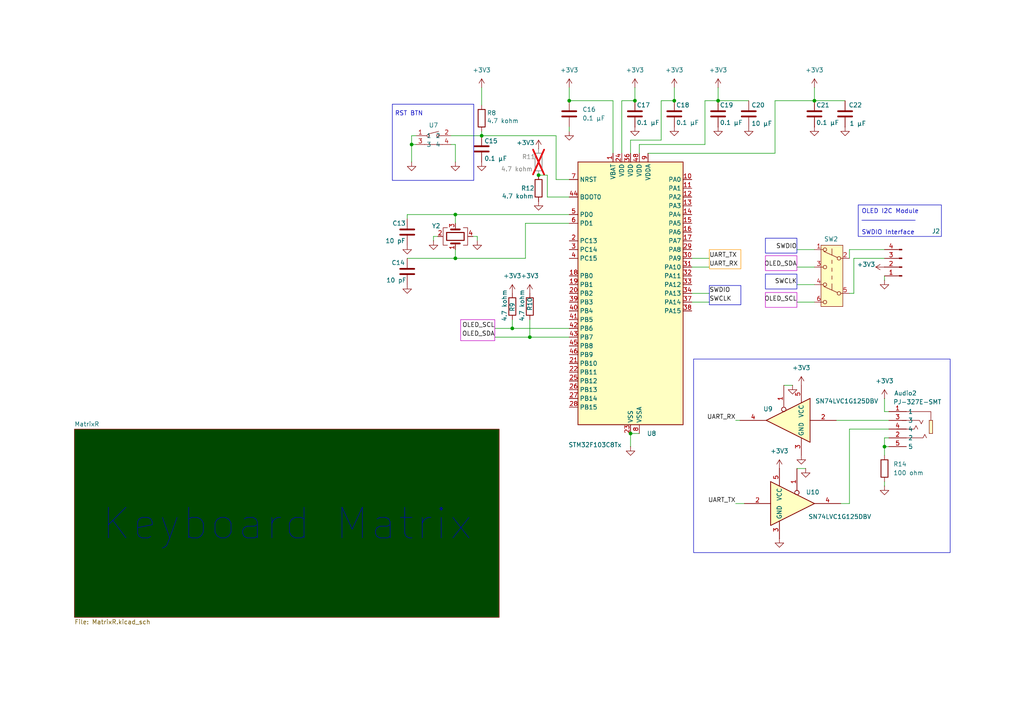
<source format=kicad_sch>
(kicad_sch (version 20231120) (generator "eeschema") (generator_version "8.0")
  (paper "A4")
  (title_block (title "Simple Keyboard") (date "2025-02-09") (rev "0") (company "Daniel Pérez (steewBSD)"))
  (lib_symbols
    (symbol "#inventree:CL21B104KBCNNNC" (pin_numbers hide) (pin_names (offset 0.254))
      (property "Reference" "C" (at 0.635 2.54 0))
      (property "Value" "0.1 µF" (at 0.635 -2.54 0))
      (symbol "CL21B104KBCNNNC_0_1"
        (polyline (pts (xy -2.032 -0.762) (xy 2.032 -0.762)) (stroke (width 0.508)))
        (polyline (pts (xy -2.032 0.762) (xy 2.032 0.762)) (stroke (width 0.508)))
      )
      (symbol "CL21B104KBCNNNC_1_1"
        (pin passive line (at 0 3.81 270) (length 2.794) (name "~") (number "1"))
        (pin passive line (at 0 -3.81 90) (length 2.794) (name "~") (number "2"))
      )
    )
    (symbol "#inventree:CL21B105KAFNNNE" (pin_numbers hide) (pin_names (offset 0.254))
      (property "Reference" "C" (at 0.635 2.54 0))
      (property "Value" "1 µF" (at 0.635 -2.54 0))
      (symbol "CL21B105KAFNNNE_0_1"
        (polyline (pts (xy -2.032 -0.762) (xy 2.032 -0.762)) (stroke (width 0.508)))
        (polyline (pts (xy -2.032 0.762) (xy 2.032 0.762)) (stroke (width 0.508)))
      )
      (symbol "CL21B105KAFNNNE_1_1"
        (pin passive line (at 0 3.81 270) (length 2.794) (name "~") (number "1"))
        (pin passive line (at 0 -3.81 90) (length 2.794) (name "~") (number "2"))
      )
    )
    (symbol "#inventree:CL21C100CBANNNC" (pin_numbers hide) (pin_names (offset 0.254))
      (property "Reference" "C" (at 0.635 2.54 0))
      (property "Value" "10 pF" (at 0.635 -2.54 0))
      (symbol "CL21C100CBANNNC_0_1"
        (polyline (pts (xy -2.032 -0.762) (xy 2.032 -0.762)) (stroke (width 0.508)))
        (polyline (pts (xy -2.032 0.762) (xy 2.032 0.762)) (stroke (width 0.508)))
      )
      (symbol "CL21C100CBANNNC_1_1"
        (pin passive line (at 0 3.81 270) (length 2.794) (name "~") (number "1"))
        (pin passive line (at 0 -3.81 90) (length 2.794) (name "~") (number "2"))
      )
    )
    (symbol "#inventree:ERJ-6GEYJ101V" (pin_numbers hide) (pin_names (offset 0))
      (property "Reference" "R" (at 2.032 0 90))
      (property "Value" "100 ohm" (at 0 0 90))
      (symbol "ERJ-6GEYJ101V_0_1"
        (rectangle (start -1.016 -2.54) (end 1.016 2.54) (stroke (width 0.254)))
      )
      (symbol "ERJ-6GEYJ101V_1_1"
        (pin passive line (at 0 3.81 270) (length 1.27) (name "~") (number "1"))
        (pin passive line (at 0 -3.81 90) (length 1.27) (name "~") (number "2"))
      )
    )
    (symbol "#inventree:ERJ-6GEYJ472V" (pin_numbers hide) (pin_names (offset 0))
      (property "Reference" "R" (at 2.032 0 90))
      (property "Value" "4.7 kohm" (at 0 0 90))
      (symbol "ERJ-6GEYJ472V_0_1"
        (rectangle (start -1.016 -2.54) (end 1.016 2.54) (stroke (width 0.254)))
      )
      (symbol "ERJ-6GEYJ472V_1_1"
        (pin passive line (at 0 3.81 270) (length 1.27) (name "~") (number "1"))
        (pin passive line (at 0 -3.81 90) (length 1.27) (name "~") (number "2"))
      )
    )
    (symbol "#inventree:RC0603FR-074K7L" (pin_numbers hide) (pin_names (offset 0))
      (property "Reference" "R" (at 2.032 0 90))
      (property "Value" "4.7 kohm" (at 0 0 90))
      (symbol "RC0603FR-074K7L_0_1"
        (rectangle (start -1.016 -2.54) (end 1.016 2.54) (stroke (width 0.254)))
      )
      (symbol "RC0603FR-074K7L_1_1"
        (pin passive line (at 0 3.81 270) (length 1.27) (name "~") (number "1"))
        (pin passive line (at 0 -3.81 90) (length 1.27) (name "~") (number "2"))
      )
    )
    (symbol "74xGxx:SN74LVC1G125DBV"
      (property "Reference" "U" (at -10.16 7.62 0))
      (property "Value" "SN74LVC1G125DBV" (at 2.54 -7.62 0))
      (symbol "SN74LVC1G125DBV_0_1"
        (polyline (pts (xy -7.62 6.35) (xy -7.62 -6.35) (xy 5.08 0) (xy -7.62 6.35)) (stroke (width 0.254)) (fill (type background)))
      )
      (symbol "SN74LVC1G125DBV_1_1"
        (pin input inverted (at 0 10.16 270) (length 7.62) (name "~") (number "1"))
        (pin input line (at -15.24 0 0) (length 7.62) (name "~") (number "2"))
        (pin power_in line (at -5.08 -10.16 90) (length 5.08) (name "GND") (number "3"))
        (pin tri_state line (at 12.7 0 180) (length 7.62) (name "~") (number "4"))
        (pin power_in line (at -5.08 10.16 270) (length 5.08) (name "VCC") (number "5"))
      )
    )
    (symbol "CL21A106KOQNNNE_1" (pin_numbers hide) (pin_names (offset 0.254))
      (property "Reference" "C" (at 0.635 2.54 0))
      (property "Value" "10 µF" (at 0.635 -2.54 0))
      (symbol "CL21A106KOQNNNE_1_0_1"
        (polyline (pts (xy -2.032 -0.762) (xy 2.032 -0.762)) (stroke (width 0.508)))
        (polyline (pts (xy -2.032 0.762) (xy 2.032 0.762)) (stroke (width 0.508)))
      )
      (symbol "CL21A106KOQNNNE_1_1_1"
        (pin passive line (at 0 3.81 270) (length 2.794) (name "~") (number "1"))
        (pin passive line (at 0 -3.81 90) (length 2.794) (name "~") (number "2"))
      )
    )
    (symbol "CL21B104KBCNNNC_1" (pin_numbers hide) (pin_names (offset 0.254))
      (property "Reference" "C" (at 0.635 2.54 0))
      (property "Value" "0.1 µF" (at 0.635 -2.54 0))
      (symbol "CL21B104KBCNNNC_1_0_1"
        (polyline (pts (xy -2.032 -0.762) (xy 2.032 -0.762)) (stroke (width 0.508)))
        (polyline (pts (xy -2.032 0.762) (xy 2.032 0.762)) (stroke (width 0.508)))
      )
      (symbol "CL21B104KBCNNNC_1_1_1"
        (pin passive line (at 0 3.81 270) (length 2.794) (name "~") (number "1"))
        (pin passive line (at 0 -3.81 90) (length 2.794) (name "~") (number "2"))
      )
    )
    (symbol "Connector:Conn_01x04_Pin" (pin_names (offset 1.016) hide)
      (property "Reference" "J" (at 0 5.08 0))
      (property "Value" "Conn_01x04_Pin" (at 0 -7.62 0))
      (symbol "Conn_01x04_Pin_1_1"
        (polyline (pts (xy 1.27 -5.08) (xy 0.8636 -5.08)) (stroke (width 0.1524)))
        (polyline (pts (xy 1.27 -2.54) (xy 0.8636 -2.54)) (stroke (width 0.1524)))
        (polyline (pts (xy 1.27 0) (xy 0.8636 0)) (stroke (width 0.1524)))
        (polyline (pts (xy 1.27 2.54) (xy 0.8636 2.54)) (stroke (width 0.1524)))
        (rectangle (start 0.8636 -4.953) (end 0 -5.207) (stroke (width 0.1524)) (fill (type outline)))
        (rectangle (start 0.8636 -2.413) (end 0 -2.667) (stroke (width 0.1524)) (fill (type outline)))
        (rectangle (start 0.8636 0.127) (end 0 -0.127) (stroke (width 0.1524)) (fill (type outline)))
        (rectangle (start 0.8636 2.667) (end 0 2.413) (stroke (width 0.1524)) (fill (type outline)))
        (pin passive line (at 5.08 2.54 180) (length 3.81) (name "Pin_1") (number "1"))
        (pin passive line (at 5.08 0 180) (length 3.81) (name "Pin_2") (number "2"))
        (pin passive line (at 5.08 -2.54 180) (length 3.81) (name "Pin_3") (number "3"))
        (pin passive line (at 5.08 -5.08 180) (length 3.81) (name "Pin_4") (number "4"))
      )
    )
    (symbol "Device:Crystal_GND24" (pin_names (offset 1.016) hide)
      (property "Reference" "Y" (at 3.175 5.08 0))
      (property "Value" "Crystal_GND24" (at 3.175 3.175 0))
      (symbol "Crystal_GND24_0_1"
        (rectangle (start -1.143 2.54) (end 1.143 -2.54) (stroke (width 0.3048)))
        (polyline (pts (xy -2.54 0) (xy -2.032 0)))
        (polyline (pts (xy -2.032 -1.27) (xy -2.032 1.27)) (stroke (width 0.508)))
        (polyline (pts (xy 0 -3.81) (xy 0 -3.556)))
        (polyline (pts (xy 0 3.556) (xy 0 3.81)))
        (polyline (pts (xy 2.032 -1.27) (xy 2.032 1.27)) (stroke (width 0.508)))
        (polyline (pts (xy 2.032 0) (xy 2.54 0)))
        (polyline (pts (xy -2.54 -2.286) (xy -2.54 -3.556) (xy 2.54 -3.556) (xy 2.54 -2.286)))
        (polyline (pts (xy -2.54 2.286) (xy -2.54 3.556) (xy 2.54 3.556) (xy 2.54 2.286)))
      )
      (symbol "Crystal_GND24_1_1"
        (pin passive line (at -3.81 0 0) (length 1.27) (name "1") (number "1"))
        (pin passive line (at 0 5.08 270) (length 1.27) (name "2") (number "2"))
        (pin passive line (at 3.81 0 180) (length 1.27) (name "3") (number "3"))
        (pin passive line (at 0 -5.08 90) (length 1.27) (name "4") (number "4"))
      )
    )
    (symbol "MCU_ST_STM32F1:STM32F103C8Tx"
      (property "Reference" "U" (at -15.24 39.37 0))
      (property "Value" "STM32F103C8Tx" (at 7.62 39.37 0))
      (symbol "STM32F103C8Tx_0_1"
        (rectangle (start -15.24 -38.1) (end 15.24 38.1) (stroke (width 0.254)) (fill (type background)))
      )
      (symbol "STM32F103C8Tx_1_1"
        (pin power_in line (at -5.08 40.64 270) (length 2.54) (name "VBAT") (number "1"))
        (pin bidirectional line (at 17.78 33.02 180) (length 2.54) (name "PA0") (number "10"))
        (pin bidirectional line (at 17.78 30.48 180) (length 2.54) (name "PA1") (number "11"))
        (pin bidirectional line (at 17.78 27.94 180) (length 2.54) (name "PA2") (number "12"))
        (pin bidirectional line (at 17.78 25.4 180) (length 2.54) (name "PA3") (number "13"))
        (pin bidirectional line (at 17.78 22.86 180) (length 2.54) (name "PA4") (number "14"))
        (pin bidirectional line (at 17.78 20.32 180) (length 2.54) (name "PA5") (number "15"))
        (pin bidirectional line (at 17.78 17.78 180) (length 2.54) (name "PA6") (number "16"))
        (pin bidirectional line (at 17.78 15.24 180) (length 2.54) (name "PA7") (number "17"))
        (pin bidirectional line (at -17.78 5.08 0) (length 2.54) (name "PB0") (number "18"))
        (pin bidirectional line (at -17.78 2.54 0) (length 2.54) (name "PB1") (number "19"))
        (pin bidirectional line (at -17.78 15.24 0) (length 2.54) (name "PC13") (number "2"))
        (pin bidirectional line (at -17.78 0 0) (length 2.54) (name "PB2") (number "20"))
        (pin bidirectional line (at -17.78 -20.32 0) (length 2.54) (name "PB10") (number "21"))
        (pin bidirectional line (at -17.78 -22.86 0) (length 2.54) (name "PB11") (number "22"))
        (pin power_in line (at 0 -40.64 90) (length 2.54) (name "VSS") (number "23"))
        (pin power_in line (at -2.54 40.64 270) (length 2.54) (name "VDD") (number "24"))
        (pin bidirectional line (at -17.78 -25.4 0) (length 2.54) (name "PB12") (number "25"))
        (pin bidirectional line (at -17.78 -27.94 0) (length 2.54) (name "PB13") (number "26"))
        (pin bidirectional line (at -17.78 -30.48 0) (length 2.54) (name "PB14") (number "27"))
        (pin bidirectional line (at -17.78 -33.02 0) (length 2.54) (name "PB15") (number "28"))
        (pin bidirectional line (at 17.78 12.7 180) (length 2.54) (name "PA8") (number "29"))
        (pin bidirectional line (at -17.78 12.7 0) (length 2.54) (name "PC14") (number "3"))
        (pin bidirectional line (at 17.78 10.16 180) (length 2.54) (name "PA9") (number "30"))
        (pin bidirectional line (at 17.78 7.62 180) (length 2.54) (name "PA10") (number "31"))
        (pin bidirectional line (at 17.78 5.08 180) (length 2.54) (name "PA11") (number "32"))
        (pin bidirectional line (at 17.78 2.54 180) (length 2.54) (name "PA12") (number "33"))
        (pin bidirectional line (at 17.78 0 180) (length 2.54) (name "PA13") (number "34"))
        (pin passive line (at 0 -40.64 90) (length 2.54) hide (name "VSS") (number "35"))
        (pin power_in line (at 0 40.64 270) (length 2.54) (name "VDD") (number "36"))
        (pin bidirectional line (at 17.78 -2.54 180) (length 2.54) (name "PA14") (number "37"))
        (pin bidirectional line (at 17.78 -5.08 180) (length 2.54) (name "PA15") (number "38"))
        (pin bidirectional line (at -17.78 -2.54 0) (length 2.54) (name "PB3") (number "39"))
        (pin bidirectional line (at -17.78 10.16 0) (length 2.54) (name "PC15") (number "4"))
        (pin bidirectional line (at -17.78 -5.08 0) (length 2.54) (name "PB4") (number "40"))
        (pin bidirectional line (at -17.78 -7.62 0) (length 2.54) (name "PB5") (number "41"))
        (pin bidirectional line (at -17.78 -10.16 0) (length 2.54) (name "PB6") (number "42"))
        (pin bidirectional line (at -17.78 -12.7 0) (length 2.54) (name "PB7") (number "43"))
        (pin input line (at -17.78 27.94 0) (length 2.54) (name "BOOT0") (number "44"))
        (pin bidirectional line (at -17.78 -15.24 0) (length 2.54) (name "PB8") (number "45"))
        (pin bidirectional line (at -17.78 -17.78 0) (length 2.54) (name "PB9") (number "46"))
        (pin passive line (at 0 -40.64 90) (length 2.54) hide (name "VSS") (number "47"))
        (pin power_in line (at 2.54 40.64 270) (length 2.54) (name "VDD") (number "48"))
        (pin bidirectional line (at -17.78 22.86 0) (length 2.54) (name "PD0") (number "5"))
        (pin bidirectional line (at -17.78 20.32 0) (length 2.54) (name "PD1") (number "6"))
        (pin input line (at -17.78 33.02 0) (length 2.54) (name "NRST") (number "7"))
        (pin power_in line (at 2.54 -40.64 90) (length 2.54) (name "VSSA") (number "8"))
        (pin power_in line (at 5.08 40.64 270) (length 2.54) (name "VDDA") (number "9"))
      )
    )
    (symbol "RC0603FR-074K7L_1" (pin_numbers hide) (pin_names (offset 0))
      (property "Reference" "R" (at 2.032 0 90))
      (property "Value" "4.7 kohm" (at 0 0 90))
      (symbol "RC0603FR-074K7L_1_0_1"
        (rectangle (start -1.016 -2.54) (end 1.016 2.54) (stroke (width 0.254)))
      )
      (symbol "RC0603FR-074K7L_1_1_1"
        (pin passive line (at 0 3.81 270) (length 1.27) (name "~") (number "1"))
        (pin passive line (at 0 -3.81 90) (length 1.27) (name "~") (number "2"))
      )
    )
    (symbol "Switch:SW_Push_DPDT" (pin_names (offset 0) hide)
      (property "Reference" "SW" (at 0 10.16 0))
      (property "Value" "SW_Push_DPDT" (at 0 -10.16 0))
      (symbol "SW_Push_DPDT_0_0"
        (circle (center -2.032 -5.08) (radius 0.508))
        (circle (center -2.032 5.08) (radius 0.508))
        (circle (center 2.032 -7.62) (radius 0.508))
        (circle (center 2.032 2.54) (radius 0.508))
      )
      (symbol "SW_Push_DPDT_0_1"
        (polyline (pts (xy -1.524 -4.826) (xy 2.3368 -3.0988)))
        (polyline (pts (xy -1.524 5.334) (xy 2.3368 7.0612)))
        (polyline (pts (xy 0 -2.286) (xy 0 -4.064)))
        (polyline (pts (xy 0 -1.016) (xy 0 0)))
        (polyline (pts (xy 0 1.27) (xy 0 2.286)))
        (polyline (pts (xy 0 3.556) (xy 0 4.572)))
        (polyline (pts (xy 0 7.874) (xy 0 6.096)))
        (circle (center 2.032 -2.54) (radius 0.508))
        (circle (center 2.032 7.62) (radius 0.508))
      )
      (symbol "SW_Push_DPDT_1_1"
        (rectangle (start -3.175 8.89) (end 3.175 -8.89) (fill (type background)))
        (pin passive line (at 5.08 7.62 180) (length 2.54) (name "A") (number "1"))
        (pin passive line (at -5.08 5.08 0) (length 2.54) (name "B") (number "2"))
        (pin passive line (at 5.08 2.54 180) (length 2.54) (name "C") (number "3"))
        (pin passive line (at 5.08 -2.54 180) (length 2.54) (name "A") (number "4"))
        (pin passive line (at -5.08 -5.08 0) (length 2.54) (name "B") (number "5"))
        (pin passive line (at 5.08 -7.62 180) (length 2.54) (name "C") (number "6"))
      )
    )
    (symbol "easyeda2kicad:PJ-327E-SMT"
      (property "Reference" "Audio" (at 0 10.16 0))
      (property "Value" "PJ-327E-SMT" (at 0 -10.16 0))
      (symbol "PJ-327E-SMT_0_1"
        (rectangle (start -7.62 2.54) (end -6.6 -1.27) (fill (type background)))
        (polyline (pts (xy 0 5.08) (xy -7.11 5.08) (xy -7.11 2.54)))
        (polyline (pts (xy 0 -2.54) (xy -4.83 -2.54) (xy -5.33 -1.52) (xy -5.84 -2.54)))
        (polyline (pts (xy 1.27 2.54) (xy -3.81 2.54) (xy -4.32 1.52) (xy -4.83 2.54)))
        (polyline (pts (xy 2.79 0) (xy -2.29 0) (xy -2.79 1.02) (xy -3.3 0)))
        (pin unspecified line (at 5.08 5.08 180) (length 5.08) (name "1") (number "1"))
        (pin unspecified line (at 5.08 -2.54 180) (length 5.08) (name "2") (number "2"))
        (pin unspecified line (at 5.08 2.54 180) (length 5.08) (name "3") (number "3"))
        (pin unspecified line (at 5.08 0 180) (length 5.08) (name "4") (number "4"))
        (pin unspecified line (at 5.08 -5.08 180) (length 5.08) (name "5") (number "5"))
      )
    )
    (symbol "easyeda2kicad:YTS1C0033BBG01"
      (property "Reference" "U" (at 0 5.08 0))
      (property "Value" "YTS1C0033BBG01" (at 0 -7.62 0))
      (symbol "YTS1C0033BBG01_0_1"
        (circle (center -1.52 0) (radius 0.38))
        (polyline (pts (xy -2.54 -2.54) (xy 2.54 -2.54)))
        (polyline (pts (xy -2.03 0) (xy -2.54 0)))
        (polyline (pts (xy -1.52 0.51) (xy 1.52 1.27)))
        (polyline (pts (xy 1.78 0) (xy 2.54 0)))
        (circle (center 1.27 0) (radius 0.38))
        (pin unspecified line (at -5.08 0 0) (length 2.54) (name "1") (number "1"))
        (pin unspecified line (at 5.08 0 180) (length 2.54) (name "2") (number "2"))
        (pin unspecified line (at -5.08 -2.54 0) (length 2.54) (name "3") (number "3"))
        (pin unspecified line (at 5.08 -2.54 180) (length 2.54) (name "4") (number "4"))
      )
    )
    (symbol "power:+3V3" (power) (pin_numbers hide) (pin_names (offset 0) hide)
      (property "Value" "+3V3" (at 0 3.556 0))
      (symbol "+3V3_0_1"
        (polyline (pts (xy -0.762 1.27) (xy 0 2.54)))
        (polyline (pts (xy 0 0) (xy 0 2.54)))
        (polyline (pts (xy 0 2.54) (xy 0.762 1.27)))
      )
      (symbol "+3V3_1_1"
        (pin power_in line (at 0 0 90) (length 0) (name "~") (number "1"))
      )
    )
    (symbol "power:GND" (power) (pin_numbers hide) (pin_names (offset 0) hide)
      (property "Value" "GND" (at 0 -3.81 0))
      (symbol "GND_0_1"
        (polyline (pts (xy 0 0) (xy 0 -1.27) (xy 1.27 -1.27) (xy 0 -2.54) (xy -1.27 -1.27) (xy 0 -1.27)))
      )
      (symbol "GND_1_1"
        (pin power_in line (at 0 0 270) (length 0) (name "~") (number "1"))
      )
    )
  )
  (junction (at 256.54 129.54))
  (junction (at 119.38 41.91))
  (junction (at 236.22 29.21))
  (junction (at 195.58 29.21))
  (junction (at 148.59 95.25))
  (junction (at 165.1 29.21))
  (junction (at 132.08 62.23))
  (junction (at 182.88 125.73))
  (junction (at 139.7 39.37))
  (junction (at 208.28 29.21))
  (junction (at 156.21 50.8))
  (junction (at 132.08 74.93))
  (junction (at 153.67 97.79))
  (junction (at 184.15 29.21))
  (wire (pts (xy 132.08 74.93) (xy 152.4 74.93)))
  (wire (pts (xy 185.42 44.45) (xy 185.42 41.91)))
  (wire (pts (xy 185.42 41.91) (xy 204.47 41.91)))
  (wire (pts (xy 208.28 25.4) (xy 208.28 29.21)))
  (wire (pts (xy 130.81 39.37) (xy 139.7 39.37)))
  (wire (pts (xy 125.73 68.58) (xy 125.73 69.85)))
  (wire (pts (xy 195.58 25.4) (xy 195.58 29.21)))
  (wire (pts (xy 118.11 62.23) (xy 118.11 63.5)))
  (wire (pts (xy 118.11 62.23) (xy 132.08 62.23)))
  (wire (pts (xy 213.36 146.05) (xy 215.9 146.05)))
  (wire (pts (xy 184.15 25.4) (xy 184.15 29.21)))
  (wire (pts (xy 153.67 97.79) (xy 165.1 97.79)))
  (wire (pts (xy 177.8 29.21) (xy 165.1 29.21)))
  (wire (pts (xy 246.38 72.39) (xy 246.38 74.93)))
  (wire (pts (xy 200.66 87.63) (xy 205.74 87.63)))
  (wire (pts (xy 180.34 44.45) (xy 180.34 29.21)))
  (wire (pts (xy 182.88 40.64) (xy 191.77 40.64)))
  (wire (pts (xy 231.14 87.63) (xy 236.22 87.63)))
  (wire (pts (xy 256.54 129.54) (xy 257.81 129.54)))
  (wire (pts (xy 257.81 127) (xy 256.54 127)))
  (wire (pts (xy 143.51 97.79) (xy 153.67 97.79)))
  (wire (pts (xy 119.38 39.37) (xy 119.38 41.91)))
  (wire (pts (xy 132.08 62.23) (xy 165.1 62.23)))
  (wire (pts (xy 191.77 40.64) (xy 191.77 29.21)))
  (wire (pts (xy 187.96 44.45) (xy 224.79 44.45)))
  (wire (pts (xy 152.4 74.93) (xy 152.4 64.77)))
  (wire (pts (xy 132.08 41.91) (xy 130.81 41.91)))
  (wire (pts (xy 204.47 29.21) (xy 208.28 29.21)))
  (wire (pts (xy 148.59 92.71) (xy 148.59 95.25)))
  (wire (pts (xy 139.7 39.37) (xy 161.29 39.37)))
  (wire (pts (xy 158.75 57.15) (xy 158.75 50.8)))
  (wire (pts (xy 132.08 62.23) (xy 132.08 64.77)))
  (wire (pts (xy 191.77 29.21) (xy 195.58 29.21)))
  (wire (pts (xy 165.1 25.4) (xy 165.1 29.21)))
  (wire (pts (xy 256.54 115.57) (xy 256.54 119.38)))
  (wire (pts (xy 119.38 41.91) (xy 119.38 46.99)))
  (wire (pts (xy 118.11 74.93) (xy 132.08 74.93)))
  (wire (pts (xy 242.57 121.92) (xy 257.81 121.92)))
  (wire (pts (xy 148.59 95.25) (xy 165.1 95.25)))
  (wire (pts (xy 153.67 92.71) (xy 153.67 97.79)))
  (wire (pts (xy 127 68.58) (xy 125.73 68.58)))
  (wire (pts (xy 204.47 41.91) (xy 204.47 29.21)))
  (wire (pts (xy 208.28 29.21) (xy 217.17 29.21)))
  (wire (pts (xy 132.08 41.91) (xy 132.08 46.99)))
  (wire (pts (xy 138.43 68.58) (xy 138.43 69.85)))
  (wire (pts (xy 161.29 52.07) (xy 165.1 52.07)))
  (wire (pts (xy 246.38 146.05) (xy 243.84 146.05)))
  (wire (pts (xy 158.75 50.8) (xy 156.21 50.8)))
  (wire (pts (xy 224.79 44.45) (xy 224.79 29.21)))
  (wire (pts (xy 200.66 77.47) (xy 205.74 77.47)))
  (wire (pts (xy 231.14 77.47) (xy 236.22 77.47)))
  (wire (pts (xy 143.51 95.25) (xy 148.59 95.25)))
  (wire (pts (xy 231.14 72.39) (xy 236.22 72.39)))
  (wire (pts (xy 236.22 25.4) (xy 236.22 29.21)))
  (wire (pts (xy 139.7 38.1) (xy 139.7 39.37)))
  (wire (pts (xy 256.54 127) (xy 256.54 129.54)))
  (wire (pts (xy 165.1 57.15) (xy 158.75 57.15)))
  (wire (pts (xy 165.1 38.1) (xy 165.1 36.83)))
  (wire (pts (xy 180.34 29.21) (xy 184.15 29.21)))
  (wire (pts (xy 256.54 140.97) (xy 256.54 139.7)))
  (wire (pts (xy 200.66 74.93) (xy 205.74 74.93)))
  (wire (pts (xy 256.54 129.54) (xy 256.54 132.08)))
  (wire (pts (xy 132.08 72.39) (xy 132.08 74.93)))
  (wire (pts (xy 231.14 135.89) (xy 233.68 135.89)))
  (wire (pts (xy 200.66 85.09) (xy 205.74 85.09)))
  (wire (pts (xy 246.38 85.09) (xy 247.65 85.09)))
  (wire (pts (xy 119.38 41.91) (xy 120.65 41.91)))
  (wire (pts (xy 229.87 111.76) (xy 227.33 111.76)))
  (wire (pts (xy 256.54 119.38) (xy 257.81 119.38)))
  (wire (pts (xy 256.54 80.01) (xy 256.54 81.28)))
  (wire (pts (xy 247.65 74.93) (xy 247.65 85.09)))
  (wire (pts (xy 236.22 29.21) (xy 245.11 29.21)))
  (wire (pts (xy 257.81 124.46) (xy 246.38 124.46)))
  (wire (pts (xy 139.7 25.4) (xy 139.7 30.48)))
  (wire (pts (xy 246.38 72.39) (xy 256.54 72.39)))
  (wire (pts (xy 213.36 121.92) (xy 214.63 121.92)))
  (wire (pts (xy 152.4 64.77) (xy 165.1 64.77)))
  (wire (pts (xy 177.8 44.45) (xy 177.8 29.21)))
  (wire (pts (xy 119.38 39.37) (xy 120.65 39.37)))
  (wire (pts (xy 182.88 44.45) (xy 182.88 40.64)))
  (wire (pts (xy 182.88 125.73) (xy 185.42 125.73)))
  (wire (pts (xy 247.65 74.93) (xy 256.54 74.93)))
  (wire (pts (xy 246.38 124.46) (xy 246.38 146.05)))
  (wire (pts (xy 224.79 29.21) (xy 236.22 29.21)))
  (wire (pts (xy 161.29 39.37) (xy 161.29 52.07)))
  (wire (pts (xy 138.43 68.58) (xy 137.16 68.58)))
  (wire (pts (xy 231.14 82.55) (xy 236.22 82.55)))
  (wire (pts (xy 182.88 125.73) (xy 182.88 129.54)))
  (rectangle (start 221.996 69.088) (end 231.14 73.406))
  (rectangle (start 133.604 92.71) (end 143.51 98.806) (stroke (width 0) (color 194 0 194 1)))
  (rectangle (start 113.792 30.226) (end 137.414 52.324))
  (rectangle (start 205.74 72.39) (end 214.884 77.978) (stroke (width 0) (color 255 153 0 1)))
  (rectangle (start 201.168 104.14) (end 275.59 160.274))
  (rectangle (start 205.74 82.804) (end 214.884 88.392))
  (rectangle (start 221.996 84.836) (end 231.14 89.154) (stroke (width 0) (color 194 0 194 1)))
  (rectangle (start 221.996 79.502) (end 231.14 83.82))
  (rectangle (start 221.996 74.168) (end 231.14 78.486) (stroke (width 0) (color 194 0 194 1)))
  (text_box "OLED I2C Module\n________________\n\nSWDIO Interface" (at 248.92 59.436 0) (size 24.13 9.144) (effects (font (size 1.27 1.27)) (justify left top)))
  (text "RST BTN" (at 118.618 33.02 0) (effects (font (size 1.27 1.27))))
  (text "Keyboard Matrix" (at 83.312 152.146 0) (effects (font (size 8.89 8.89))))
  (label "OLED_SCL" (at 231.14 87.63 180))
  (label "SWCLK" (at 231.14 82.55 180))
  (label "OLED_SDA" (at 231.14 77.47 180))
  (label "UART_TX" (at 213.36 146.05 180))
  (label "UART_TX" (at 205.74 74.93 0))
  (label "UART_RX" (at 213.36 121.92 180))
  (label "UART_RX" (at 205.74 77.47 0))
  (label "SWDIO" (at 205.74 85.09 0))
  (label "SWCLK" (at 205.74 87.63 0))
  (label "OLED_SDA" (at 143.51 97.79 180))
  (label "SWDIO" (at 231.14 72.39 180))
  (label "OLED_SCL" (at 143.51 95.25 180))
  (symbol (lib_id "power:GND") (at 118.11 82.55 0) (unit 1)
    (property "Reference" "#PWR041" (effects (hide yes)))
    (property "Value" "GND" (effects (hide yes)))
    (property "Description" "Power symbol creates a global label with name \"GND\" , ground" (effects (hide yes)))
  )
  (symbol (lib_id "#inventree:CL21B104KBCNNNC") (at 165.1 33.02 0) (unit 1)
    (property "Reference" "C16" (at 168.91 31.7499 0) (effects (justify left)))
    (property "Value" "0.1 µF" (at 168.91 34.2899 0) (effects (justify left)))
    (property "Footprint" "0805 (2012 Metric)" (effects (hide yes)))
    (property "Datasheet" "http://10.0.0.41/media/attachments/part/18/CL21B104KBCNNN_Spec.pdf" (effects (hide yes)))
    (property "Description" "CAP CER 0.1UF 50V X7R 0805" (effects (hide yes)))
    (property "InvenTree" "18" (effects (hide yes)))
    (property "Mounting Type" "Surface Mount, MLCC" (effects (hide yes)))
    (property "Package Type" "0805 (2012 Metric)" (effects (hide yes)))
    (property "Part URL" "http://10.0.0.41:7333/part/18/" (effects (hide yes)))
    (property "Rated Voltage" "50V" (effects (hide yes)))
    (property "Temperature Coefficient" "X7R" (effects (hide yes)))
    (property "Tolerance" "10%" (effects (hide yes)))
  )
  (symbol (lib_id "Device:Crystal_GND24") (at 132.08 68.58 90) (unit 1)
    (property "Reference" "Y2" (at 126.492 65.532 90))
    (property "Value" "Crystal_GND24" (effects (hide yes)))
    (property "Footprint" "Crystal:Crystal_SMD_3225-4Pin_3.2x2.5mm_HandSoldering" (effects (hide yes)))
    (property "Description" "Four pin crystal, GND on pins 2 and 4" (effects (hide yes)))
    (property "InvenTree" "61" (effects (hide yes)))
  )
  (symbol (lib_id "#inventree:ERJ-6GEYJ472V") (at 156.21 54.61 0) (unit 1)
    (property "Reference" "R12" (at 151.13 54.61 0) (effects (justify left)))
    (property "Value" "4.7 kohm" (at 145.542 56.896 0) (effects (justify left)))
    (property "Description" "RES SMD 4.7K OHM 5% 1/8W 0805" (effects (hide yes)))
    (property "InvenTree" "43" (effects (hide yes)))
    (property "Mounting Type" "0805" (effects (hide yes)))
    (property "Package Type" "0805 (2012 Metric)" (effects (hide yes)))
    (property "Part URL" "http://10.0.0.41:7333/part/43/" (effects (hide yes)))
    (property "Rated Power" "0.125W, 1/8W" (effects (hide yes)))
    (property "Tolerance" "5%" (effects (hide yes)))
  )
  (symbol (lib_id "easyeda2kicad:PJ-327E-SMT") (at 262.89 124.46 0) (mirror y) (unit 1)
    (property "Reference" "Audio2" (at 259.334 114.046 0) (effects (justify right)))
    (property "Value" "PJ-327E-SMT" (at 259.08 116.586 0) (effects (justify right)))
    (property "Footprint" "easyeda2kicad:AUDIO-SMD_PJ-327E-SMT" (effects (hide yes)))
    (property "Datasheet" "https://lcsc.com/product-detail/Audio-Video-Connectors_XKB-Enterprise-PJ-327E-SMT_C319105.html" (effects (hide yes)))
    (property "LCSC Part" "C319105" (effects (hide yes)))
  )
  (symbol (lib_id "power:GND") (at 232.41 132.08 0) (unit 1)
    (property "Reference" "#PWR072" (effects (hide yes)))
    (property "Value" "GND" (effects (hide yes)))
    (property "Description" "Power symbol creates a global label with name \"GND\" , ground" (effects (hide yes)))
  )
  (symbol (lib_id "power:GND") (at 125.73 69.85 0) (unit 1)
    (property "Reference" "#PWR049" (effects (hide yes)))
    (property "Value" "GND" (effects (hide yes)))
    (property "Description" "Power symbol creates a global label with name \"GND\" , ground" (effects (hide yes)))
  )
  (symbol (lib_id "power:+3V3") (at 184.15 25.4 0) (unit 1)
    (property "Reference" "#PWR061" (effects (hide yes)))
    (property "Value" "+3V3" (at 184.15 20.32 0))
    (property "Description" "Power symbol creates a global label with name \"+3V3\"" (effects (hide yes)))
  )
  (symbol (lib_id "power:GND") (at 217.17 36.83 0) (unit 1)
    (property "Reference" "#PWR067" (effects (hide yes)))
    (property "Value" "GND" (effects (hide yes)))
    (property "Description" "Power symbol creates a global label with name \"GND\" , ground" (effects (hide yes)))
  )
  (symbol (lib_id "power:GND") (at 229.87 111.76 0) (unit 1)
    (property "Reference" "#PWR070" (effects (hide yes)))
    (property "Value" "GND" (effects (hide yes)))
    (property "Description" "Power symbol creates a global label with name \"GND\" , ground" (effects (hide yes)))
  )
  (symbol (lib_id "power:+3V3") (at 256.54 115.57 0) (unit 1)
    (property "Reference" "#PWR080" (effects (hide yes)))
    (property "Value" "+3V3" (at 256.54 110.49 0))
    (property "Description" "Power symbol creates a global label with name \"+3V3\"" (effects (hide yes)))
  )
  (symbol (lib_id "power:+3V3") (at 208.28 25.4 0) (unit 1)
    (property "Reference" "#PWR065" (effects (hide yes)))
    (property "Value" "+3V3" (at 208.28 20.32 0))
    (property "Description" "Power symbol creates a global label with name \"+3V3\"" (effects (hide yes)))
  )
  (symbol (lib_id "MCU_ST_STM32F1:STM32F103C8Tx") (at 182.88 85.09 0) (unit 1)
    (property "Reference" "U8" (at 187.6141 125.73 0) (effects (justify left)))
    (property "Value" "STM32F103C8Tx" (at 164.846 129.032 0) (effects (justify left)))
    (property "Footprint" "Package_QFP:LQFP-48_7x7mm_P0.5mm" (effects (hide yes)))
    (property "Datasheet" "https://www.st.com/resource/en/datasheet/stm32f103c8.pdf" (effects (hide yes)))
    (property "Description" "STMicroelectronics Arm Cortex-M3 MCU, 64KB flash, 20KB RAM, 72 MHz, 2.0-3.6V, 37 GPIO, LQFP48" (effects (hide yes)))
  )
  (symbol (lib_id "power:GND") (at 132.08 46.99 0) (unit 1)
    (property "Reference" "#PWR050" (effects (hide yes)))
    (property "Value" "GND" (effects (hide yes)))
    (property "Description" "Power symbol creates a global label with name \"GND\" , ground" (effects (hide yes)))
  )
  (symbol (lib_id "power:GND") (at 119.38 46.99 0) (unit 1)
    (property "Reference" "#PWR048" (effects (hide yes)))
    (property "Value" "GND" (effects (hide yes)))
    (property "Description" "Power symbol creates a global label with name \"GND\" , ground" (effects (hide yes)))
  )
  (symbol (lib_name "CL21A106KOQNNNE_1") (lib_id "#inventree:CL21A106KOQNNNE") (at 217.17 33.02 0) (unit 1)
    (property "Reference" "C20" (at 217.932 30.48 0) (effects (justify left)))
    (property "Value" "10 µF" (at 217.932 35.814 0) (effects (justify left)))
    (property "Footprint" "0805 (2012 Metric)" (effects (hide yes)))
    (property "Datasheet" "http://10.0.0.41/media/attachments/part/23/CL21A106KOQNNNE_Spec.pdf" (effects (hide yes)))
    (property "Description" "CAP CER 10UF 16V X5R 0805" (effects (hide yes)))
    (property "InvenTree" "23" (effects (hide yes)))
    (property "Mounting Type" "Surface Mount, MLCC" (effects (hide yes)))
    (property "Package Type" "0805 (2012 Metric)" (effects (hide yes)))
    (property "Part URL" "http://10.0.0.41:7333/part/23/" (effects (hide yes)))
    (property "Rated Voltage" "16V" (effects (hide yes)))
    (property "Temperature Coefficient" "X5R" (effects (hide yes)))
    (property "Tolerance" "10%" (effects (hide yes)))
  )
  (symbol (lib_id "easyeda2kicad:YTS1C0033BBG01") (at 125.73 39.37 0) (unit 1)
    (property "Reference" "U7" (at 125.73 36.322 0))
    (property "Value" "YTS1C0033BBG01" (effects (hide yes)))
    (property "Footprint" "easyeda2kicad:SW-SMD_YIYUAN_YTS1C003XXX" (effects (hide yes)))
    (property "LCSC Part" "C5188566" (effects (hide yes)))
    (property "InvenTree" "60" (effects (hide yes)))
  )
  (symbol (lib_id "#inventree:RC0603FR-074K7L") (at 139.7 34.29 0) (unit 1)
    (property "Reference" "R8" (at 141.224 32.766 0) (effects (justify left)))
    (property "Value" "4.7 kohm" (at 141.224 35.052 0) (effects (justify left)))
    (property "Footprint" "Resistor_SMD:R_0603_1608Metric_Pad0.98x0.95mm_HandSolder" (effects (hide yes)))
    (property "Datasheet" "http://10.0.0.41/media/attachments/part/59/PYu-RC_Group_51_RoHS_L_12.pdf" (effects (hide yes)))
    (property "Description" "RES 4.7K OHM 1% 1/10W 0603" (effects (hide yes)))
    (property "InvenTree" "59" (effects (hide yes)))
    (property "Mounting Type" "0603" (effects (hide yes)))
    (property "Package Type" "0603 (1608 Metric)" (effects (hide yes)))
    (property "Part URL" "http://10.0.0.41:7333/part/59/" (effects (hide yes)))
    (property "Rated Power" "0.1W, 1/10W" (effects (hide yes)))
    (property "Tolerance" "1%" (effects (hide yes)))
  )
  (symbol (lib_id "power:GND") (at 256.54 140.97 0) (unit 1)
    (property "Reference" "#PWR081" (effects (hide yes)))
    (property "Value" "GND" (effects (hide yes)))
    (property "Description" "Power symbol creates a global label with name \"GND\" , ground" (effects (hide yes)))
  )
  (symbol (lib_id "power:+3V3") (at 153.67 85.09 0) (unit 1)
    (property "Reference" "#PWR055" (effects (hide yes)))
    (property "Value" "+3V3" (at 153.67 80.01 0))
    (property "Description" "Power symbol creates a global label with name \"+3V3\"" (effects (hide yes)))
  )
  (symbol (lib_name "RC0603FR-074K7L_1") (lib_id "#inventree:RC0603FR-074K7L") (at 148.59 88.9 0) (unit 1)
    (property "Reference" "R9" (at 148.59 90.424 90) (effects (justify left)))
    (property "Value" "4.7 kohm" (at 146.304 93.218 90) (effects (justify left)))
    (property "Datasheet" "http://10.0.0.41/media/attachments/part/59/PYu-RC_Group_51_RoHS_L_12.pdf" (effects (hide yes)))
    (property "Description" "RES 4.7K OHM 1% 1/10W 0603" (effects (hide yes)))
    (property "InvenTree" "59" (effects (hide yes)))
    (property "Mounting Type" "0603" (effects (hide yes)))
    (property "Package Type" "0603 (1608 Metric)" (effects (hide yes)))
    (property "Part URL" "http://10.0.0.41:7333/part/59/" (effects (hide yes)))
    (property "Rated Power" "0.1W, 1/10W" (effects (hide yes)))
    (property "Tolerance" "1%" (effects (hide yes)))
  )
  (symbol (lib_name "RC0603FR-074K7L_1") (lib_id "#inventree:RC0603FR-074K7L") (at 153.67 88.9 0) (unit 1)
    (property "Reference" "R10" (at 153.67 90.17 90) (effects (justify left)))
    (property "Value" "4.7 kohm" (at 151.384 93.218 90) (effects (justify left)))
    (property "Datasheet" "http://10.0.0.41/media/attachments/part/59/PYu-RC_Group_51_RoHS_L_12.pdf" (effects (hide yes)))
    (property "Description" "RES 4.7K OHM 1% 1/10W 0603" (effects (hide yes)))
    (property "InvenTree" "59" (effects (hide yes)))
    (property "Mounting Type" "0603" (effects (hide yes)))
    (property "Package Type" "0603 (1608 Metric)" (effects (hide yes)))
    (property "Part URL" "http://10.0.0.41:7333/part/59/" (effects (hide yes)))
    (property "Rated Power" "0.1W, 1/10W" (effects (hide yes)))
    (property "Tolerance" "1%" (effects (hide yes)))
  )
  (symbol (lib_id "power:GND") (at 118.11 71.12 0) (unit 1)
    (property "Reference" "#PWR038" (effects (hide yes)))
    (property "Value" "GND" (effects (hide yes)))
    (property "Description" "Power symbol creates a global label with name \"GND\" , ground" (effects (hide yes)))
  )
  (symbol (lib_id "#inventree:CL21B104KBCNNNC") (at 184.15 33.02 0) (unit 1)
    (property "Reference" "C17" (at 184.658 30.48 0) (effects (justify left)))
    (property "Value" "0.1 µF" (at 184.658 35.56 0) (effects (justify left)))
    (property "Footprint" "0805 (2012 Metric)" (effects (hide yes)))
    (property "Datasheet" "http://10.0.0.41/media/attachments/part/18/CL21B104KBCNNN_Spec.pdf" (effects (hide yes)))
    (property "Description" "CAP CER 0.1UF 50V X7R 0805" (effects (hide yes)))
    (property "InvenTree" "18" (effects (hide yes)))
    (property "Mounting Type" "Surface Mount, MLCC" (effects (hide yes)))
    (property "Package Type" "0805 (2012 Metric)" (effects (hide yes)))
    (property "Part URL" "http://10.0.0.41:7333/part/18/" (effects (hide yes)))
    (property "Rated Voltage" "50V" (effects (hide yes)))
    (property "Temperature Coefficient" "X7R" (effects (hide yes)))
    (property "Tolerance" "10%" (effects (hide yes)))
  )
  (symbol (lib_id "#inventree:CL21B104KBCNNNC") (at 195.58 33.02 0) (unit 1)
    (property "Reference" "C18" (at 196.088 30.48 0) (effects (justify left)))
    (property "Value" "0.1 µF" (at 196.088 35.56 0) (effects (justify left)))
    (property "Footprint" "0805 (2012 Metric)" (effects (hide yes)))
    (property "Datasheet" "http://10.0.0.41/media/attachments/part/18/CL21B104KBCNNN_Spec.pdf" (effects (hide yes)))
    (property "Description" "CAP CER 0.1UF 50V X7R 0805" (effects (hide yes)))
    (property "InvenTree" "18" (effects (hide yes)))
    (property "Mounting Type" "Surface Mount, MLCC" (effects (hide yes)))
    (property "Package Type" "0805 (2012 Metric)" (effects (hide yes)))
    (property "Part URL" "http://10.0.0.41:7333/part/18/" (effects (hide yes)))
    (property "Rated Voltage" "50V" (effects (hide yes)))
    (property "Temperature Coefficient" "X7R" (effects (hide yes)))
    (property "Tolerance" "10%" (effects (hide yes)))
  )
  (symbol (lib_id "power:GND") (at 139.7 46.99 0) (unit 1)
    (property "Reference" "#PWR053" (effects (hide yes)))
    (property "Value" "GND" (effects (hide yes)))
    (property "Description" "Power symbol creates a global label with name \"GND\" , ground" (effects (hide yes)))
  )
  (symbol (lib_id "power:GND") (at 233.68 135.89 0) (unit 1)
    (property "Reference" "#PWR073" (effects (hide yes)))
    (property "Value" "GND" (effects (hide yes)))
    (property "Description" "Power symbol creates a global label with name \"GND\" , ground" (effects (hide yes)))
  )
  (symbol (lib_id "#inventree:CL21B104KBCNNNC") (at 236.22 33.02 0) (unit 1)
    (property "Reference" "C21" (at 236.728 30.48 0) (effects (justify left)))
    (property "Value" "0.1 µF" (at 236.728 35.56 0) (effects (justify left)))
    (property "Footprint" "0805 (2012 Metric)" (effects (hide yes)))
    (property "Datasheet" "http://10.0.0.41/media/attachments/part/18/CL21B104KBCNNN_Spec.pdf" (effects (hide yes)))
    (property "Description" "CAP CER 0.1UF 50V X7R 0805" (effects (hide yes)))
    (property "InvenTree" "18" (effects (hide yes)))
    (property "Mounting Type" "Surface Mount, MLCC" (effects (hide yes)))
    (property "Package Type" "0805 (2012 Metric)" (effects (hide yes)))
    (property "Part URL" "http://10.0.0.41:7333/part/18/" (effects (hide yes)))
    (property "Rated Voltage" "50V" (effects (hide yes)))
    (property "Temperature Coefficient" "X7R" (effects (hide yes)))
    (property "Tolerance" "10%" (effects (hide yes)))
  )
  (symbol (lib_id "Switch:SW_Push_DPDT") (at 241.3 80.01 0) (mirror y) (unit 1)
    (property "Reference" "SW2" (at 241.046 69.342 0))
    (property "Value" "SW_Push_DPDT" (effects (hide yes)))
    (property "Description" "Momentary Switch, dual pole double throw" (effects (hide yes)))
    (property "InvenTree" "62" (effects (hide yes)))
  )
  (symbol (lib_id "power:+3V3") (at 256.54 77.47 90) (unit 1)
    (property "Reference" "#PWR078" (effects (hide yes)))
    (property "Value" "+3V3" (at 251.206 76.708 90))
    (property "Description" "Power symbol creates a global label with name \"+3V3\"" (effects (hide yes)))
  )
  (symbol (lib_id "power:+3V3") (at 165.1 25.4 0) (unit 1)
    (property "Reference" "#PWR058" (effects (hide yes)))
    (property "Value" "+3V3" (at 165.1 20.32 0))
    (property "Description" "Power symbol creates a global label with name \"+3V3\"" (effects (hide yes)))
  )
  (symbol (lib_id "power:GND") (at 184.15 36.83 0) (unit 1)
    (property "Reference" "#PWR062" (effects (hide yes)))
    (property "Value" "GND" (effects (hide yes)))
    (property "Description" "Power symbol creates a global label with name \"GND\" , ground" (effects (hide yes)))
  )
  (symbol (lib_id "power:+3V3") (at 236.22 25.4 0) (unit 1)
    (property "Reference" "#PWR074" (effects (hide yes)))
    (property "Value" "+3V3" (at 236.22 20.32 0))
    (property "Description" "Power symbol creates a global label with name \"+3V3\"" (effects (hide yes)))
  )
  (symbol (lib_id "power:GND") (at 195.58 36.83 0) (unit 1)
    (property "Reference" "#PWR064" (effects (hide yes)))
    (property "Value" "GND" (effects (hide yes)))
    (property "Description" "Power symbol creates a global label with name \"GND\" , ground" (effects (hide yes)))
  )
  (symbol (lib_id "#inventree:CL21B104KBCNNNC") (at 208.28 33.02 0) (unit 1)
    (property "Reference" "C19" (at 208.788 30.48 0) (effects (justify left)))
    (property "Value" "0.1 µF" (at 208.788 35.56 0) (effects (justify left)))
    (property "Footprint" "0805 (2012 Metric)" (effects (hide yes)))
    (property "Datasheet" "http://10.0.0.41/media/attachments/part/18/CL21B104KBCNNN_Spec.pdf" (effects (hide yes)))
    (property "Description" "CAP CER 0.1UF 50V X7R 0805" (effects (hide yes)))
    (property "InvenTree" "18" (effects (hide yes)))
    (property "Mounting Type" "Surface Mount, MLCC" (effects (hide yes)))
    (property "Package Type" "0805 (2012 Metric)" (effects (hide yes)))
    (property "Part URL" "http://10.0.0.41:7333/part/18/" (effects (hide yes)))
    (property "Rated Voltage" "50V" (effects (hide yes)))
    (property "Temperature Coefficient" "X7R" (effects (hide yes)))
    (property "Tolerance" "10%" (effects (hide yes)))
  )
  (symbol (lib_id "power:GND") (at 208.28 36.83 0) (unit 1)
    (property "Reference" "#PWR066" (effects (hide yes)))
    (property "Value" "GND" (effects (hide yes)))
    (property "Description" "Power symbol creates a global label with name \"GND\" , ground" (effects (hide yes)))
  )
  (symbol (lib_id "power:GND") (at 156.21 58.42 0) (unit 1)
    (property "Reference" "#PWR057" (effects (hide yes)))
    (property "Value" "GND" (effects (hide yes)))
    (property "Description" "Power symbol creates a global label with name \"GND\" , ground" (effects (hide yes)))
  )
  (symbol (lib_id "#inventree:ERJ-6GEYJ101V") (at 256.54 135.89 0) (unit 1)
    (property "Reference" "R14" (at 259.08 134.6199 0) (effects (justify left)))
    (property "Value" "100 ohm" (at 259.08 137.1599 0) (effects (justify left)))
    (property "Footprint" "Resistor_SMD:R_0805_2012Metric_Pad1.20x1.40mm_HandSolder" (effects (hide yes)))
    (property "Description" "RES SMD 100 OHM 5% 1/8W 0805" (effects (hide yes)))
    (property "InvenTree" "40" (effects (hide yes)))
    (property "Mounting Type" "0805" (effects (hide yes)))
    (property "Package Type" "0805 (2012 Metric)" (effects (hide yes)))
    (property "Part URL" "http://10.0.0.41:7333/part/40/" (effects (hide yes)))
    (property "Rated Power" "0.125W, 1/8W" (effects (hide yes)))
    (property "Tolerance" "5%" (effects (hide yes)))
  )
  (symbol (lib_id "power:GND") (at 182.88 129.54 0) (unit 1)
    (property "Reference" "#PWR060" (effects (hide yes)))
    (property "Value" "GND" (effects (hide yes)))
    (property "Description" "Power symbol creates a global label with name \"GND\" , ground" (effects (hide yes)))
  )
  (symbol (lib_id "power:GND") (at 256.54 81.28 0) (unit 1)
    (property "Reference" "#PWR079" (effects (hide yes)))
    (property "Value" "GND" (effects (hide yes)))
    (property "Description" "Power symbol creates a global label with name \"GND\" , ground" (effects (hide yes)))
  )
  (symbol (lib_id "74xGxx:SN74LVC1G125DBV") (at 231.14 146.05 0) (unit 1)
    (property "Reference" "U10" (at 235.712 142.748 0))
    (property "Value" "SN74LVC1G125DBV" (at 243.586 149.86 0))
    (property "Footprint" "Package_TO_SOT_SMD:SOT-23-5_HandSoldering" (effects (hide yes)))
    (property "Datasheet" "http://www.ti.com/lit/ds/symlink/sn74lvc1g125.pdf" (effects (hide yes)))
    (property "Description" "Single Buffer Gate Tri-State, Low-Voltage CMOS, SOT-23-5" (effects (hide yes)))
  )
  (symbol (lib_id "power:GND") (at 165.1 38.1 0) (unit 1)
    (property "Reference" "#PWR059" (effects (hide yes)))
    (property "Value" "GND" (effects (hide yes)))
    (property "Description" "Power symbol creates a global label with name \"GND\" , ground" (effects (hide yes)))
  )
  (symbol (lib_id "power:+3V3") (at 156.21 43.18 0) (unit 1)
    (property "Reference" "#PWR056" (effects (hide yes)))
    (property "Value" "+3V3" (at 152.4 41.402 0))
    (property "Description" "Power symbol creates a global label with name \"+3V3\"" (effects (hide yes)))
  )
  (symbol (lib_id "#inventree:ERJ-6GEYJ472V") (at 156.21 46.99 0) (unit 1) (dnp yes)
    (property "Reference" "R11" (at 151.384 45.466 0) (effects (justify left)))
    (property "Value" "4.7 kohm" (at 145.288 49.022 0) (effects (justify left)))
    (property "Description" "RES SMD 4.7K OHM 5% 1/8W 0805" (effects (hide yes)))
    (property "InvenTree" "43" (effects (hide yes)))
    (property "Mounting Type" "0805" (effects (hide yes)))
    (property "Package Type" "0805 (2012 Metric)" (effects (hide yes)))
    (property "Part URL" "http://10.0.0.41:7333/part/43/" (effects (hide yes)))
    (property "Rated Power" "0.125W, 1/8W" (effects (hide yes)))
    (property "Tolerance" "5%" (effects (hide yes)))
  )
  (symbol (lib_id "#inventree:CL21B105KAFNNNE") (at 245.11 33.02 0) (unit 1)
    (property "Reference" "C22" (at 246.126 30.48 0) (effects (justify left)))
    (property "Value" "1 µF" (at 246.38 35.814 0) (effects (justify left)))
    (property "Footprint" "0805 (2012 Metric)" (effects (hide yes)))
    (property "Datasheet" "http://10.0.0.41/media/attachments/part/21/CL21B105KAFNNNE_Spec.pdf" (effects (hide yes)))
    (property "Description" "CAP CER 1UF 25V X7R 0805" (effects (hide yes)))
    (property "InvenTree" "21" (effects (hide yes)))
    (property "Mounting Type" "Surface Mount, MLCC" (effects (hide yes)))
    (property "Package Type" "0805 (2012 Metric)" (effects (hide yes)))
    (property "Part URL" "http://10.0.0.41:7333/part/21/" (effects (hide yes)))
    (property "Rated Voltage" "25V" (effects (hide yes)))
    (property "Temperature Coefficient" "X7R" (effects (hide yes)))
    (property "Tolerance" "10%" (effects (hide yes)))
  )
  (symbol (lib_id "power:+3V3") (at 226.06 135.89 0) (unit 1)
    (property "Reference" "#PWR068" (effects (hide yes)))
    (property "Value" "+3V3" (at 226.06 130.81 0))
    (property "Description" "Power symbol creates a global label with name \"+3V3\"" (effects (hide yes)))
  )
  (symbol (lib_id "power:+3V3") (at 148.59 85.09 0) (unit 1)
    (property "Reference" "#PWR054" (effects (hide yes)))
    (property "Value" "+3V3" (at 148.59 80.01 0))
    (property "Description" "Power symbol creates a global label with name \"+3V3\"" (effects (hide yes)))
  )
  (symbol (lib_id "power:+3V3") (at 195.58 25.4 0) (unit 1)
    (property "Reference" "#PWR063" (effects (hide yes)))
    (property "Value" "+3V3" (at 195.58 20.32 0))
    (property "Description" "Power symbol creates a global label with name \"+3V3\"" (effects (hide yes)))
  )
  (symbol (lib_name "CL21B104KBCNNNC_1") (lib_id "#inventree:CL21B104KBCNNNC") (at 139.7 43.18 0) (unit 1)
    (property "Reference" "C15" (at 140.462 40.894 0) (effects (justify left)))
    (property "Value" "0.1 µF" (at 140.462 45.974 0) (effects (justify left)))
    (property "Footprint" "0805 (2012 Metric)" (effects (hide yes)))
    (property "Datasheet" "http://10.0.0.41/media/attachments/part/18/CL21B104KBCNNN_Spec.pdf" (effects (hide yes)))
    (property "Description" "CAP CER 0.1UF 50V X7R 0805" (effects (hide yes)))
    (property "InvenTree" "18" (effects (hide yes)))
    (property "Mounting Type" "Surface Mount, MLCC" (effects (hide yes)))
    (property "Package Type" "0805 (2012 Metric)" (effects (hide yes)))
    (property "Part URL" "http://10.0.0.41:7333/part/18/" (effects (hide yes)))
    (property "Rated Voltage" "50V" (effects (hide yes)))
    (property "Temperature Coefficient" "X7R" (effects (hide yes)))
    (property "Tolerance" "10%" (effects (hide yes)))
  )
  (symbol (lib_id "74xGxx:SN74LVC1G125DBV") (at 227.33 121.92 0) (mirror y) (unit 1)
    (property "Reference" "U9" (at 222.758 118.618 0))
    (property "Value" "SN74LVC1G125DBV" (at 245.618 116.332 0))
    (property "Footprint" "Package_TO_SOT_SMD:SOT-23-5_HandSoldering" (effects (hide yes)))
    (property "Datasheet" "http://www.ti.com/lit/ds/symlink/sn74lvc1g125.pdf" (effects (hide yes)))
    (property "Description" "Single Buffer Gate Tri-State, Low-Voltage CMOS, SOT-23-5" (effects (hide yes)))
  )
  (symbol (lib_id "power:GND") (at 236.22 36.83 0) (unit 1)
    (property "Reference" "#PWR076" (effects (hide yes)))
    (property "Value" "GND" (effects (hide yes)))
    (property "Description" "Power symbol creates a global label with name \"GND\" , ground" (effects (hide yes)))
  )
  (symbol (lib_id "power:GND") (at 226.06 156.21 0) (unit 1)
    (property "Reference" "#PWR069" (effects (hide yes)))
    (property "Value" "GND" (effects (hide yes)))
    (property "Description" "Power symbol creates a global label with name \"GND\" , ground" (effects (hide yes)))
  )
  (symbol (lib_id "#inventree:CL21C100CBANNNC") (at 118.11 67.31 0) (unit 1)
    (property "Reference" "C13" (at 113.792 64.77 0) (effects (justify left)))
    (property "Value" "10 pF" (at 111.76 69.85 0) (effects (justify left)))
    (property "Footprint" "0805 (2012 Metric)" (effects (hide yes)))
    (property "Datasheet" "http://10.0.0.41/media/attachments/part/11/2411272102_Samsung-Electro-Mechanics-CL21C100CBANNNC_C2991182.pdf" (effects (hide yes)))
    (property "Description" "CAP CER 10PF 50V C0G/NP0 0805" (effects (hide yes)))
    (property "InvenTree" "11" (effects (hide yes)))
    (property "Mounting Type" "Surface Mount, MLCC" (effects (hide yes)))
    (property "Package Type" "0805 (2012 Metric)" (effects (hide yes)))
    (property "Part URL" "http://10.0.0.41:7333/part/11/" (effects (hide yes)))
    (property "Rated Voltage" "50V" (effects (hide yes)))
    (property "Temperature Coefficient" "C0G, NP0" (effects (hide yes)))
    (property "Tolerance" "0.25pF" (effects (hide yes)))
  )
  (symbol (lib_id "power:+3V3") (at 232.41 111.76 0) (unit 1)
    (property "Reference" "#PWR071" (effects (hide yes)))
    (property "Value" "+3V3" (at 232.41 106.68 0))
    (property "Description" "Power symbol creates a global label with name \"+3V3\"" (effects (hide yes)))
  )
  (symbol (lib_id "power:GND") (at 138.43 69.85 0) (unit 1)
    (property "Reference" "#PWR051" (effects (hide yes)))
    (property "Value" "GND" (effects (hide yes)))
    (property "Description" "Power symbol creates a global label with name \"GND\" , ground" (effects (hide yes)))
  )
  (symbol (lib_id "power:+3V3") (at 139.7 25.4 0) (unit 1)
    (property "Reference" "#PWR052" (effects (hide yes)))
    (property "Value" "+3V3" (at 139.7 20.32 0))
    (property "Description" "Power symbol creates a global label with name \"+3V3\"" (effects (hide yes)))
  )
  (symbol (lib_id "#inventree:CL21C100CBANNNC") (at 118.11 78.74 0) (unit 1)
    (property "Reference" "C14" (at 113.538 76.2 0) (effects (justify left)))
    (property "Value" "10 pF" (at 112.014 81.28 0) (effects (justify left)))
    (property "Footprint" "0805 (2012 Metric)" (effects (hide yes)))
    (property "Datasheet" "http://10.0.0.41/media/attachments/part/11/2411272102_Samsung-Electro-Mechanics-CL21C100CBANNNC_C2991182.pdf" (effects (hide yes)))
    (property "Description" "CAP CER 10PF 50V C0G/NP0 0805" (effects (hide yes)))
    (property "InvenTree" "11" (effects (hide yes)))
    (property "Mounting Type" "Surface Mount, MLCC" (effects (hide yes)))
    (property "Package Type" "0805 (2012 Metric)" (effects (hide yes)))
    (property "Part URL" "http://10.0.0.41:7333/part/11/" (effects (hide yes)))
    (property "Rated Voltage" "50V" (effects (hide yes)))
    (property "Temperature Coefficient" "C0G, NP0" (effects (hide yes)))
    (property "Tolerance" "0.25pF" (effects (hide yes)))
  )
  (symbol (lib_id "Connector:Conn_01x04_Pin") (at 261.62 77.47 180) (unit 1)
    (property "Reference" "J2" (at 270.256 67.056 0) (effects (justify right)))
    (property "Value" "Conn_01x04_Pin" (effects (hide yes)))
    (property "Footprint" "Connector_PinSocket_2.54mm:PinSocket_1x04_P2.54mm_Horizontal" (effects (hide yes)))
    (property "Description" "Generic connector, single row, 01x04, script generated" (effects (hide yes)))
    (property "InvenTree" "53" (effects (hide yes)))
  )
  (symbol (lib_id "power:GND") (at 245.11 36.83 0) (unit 1)
    (property "Reference" "#PWR077" (effects (hide yes)))
    (property "Value" "GND" (effects (hide yes)))
    (property "Description" "Power symbol creates a global label with name \"GND\" , ground" (effects (hide yes)))
  )
  (sheet (at 21.59 124.46) (size 123.19 54.61) (stroke (width 0.1524)) (fill (color 0 72 0 1.0000))
    (property "Sheetname" "MatrixR" (at 21.59 123.7484 0) (effects (justify left bottom)))
    (property "Sheetfile" "MatrixR.kicad_sch" (at 21.59 179.6546 0) (effects (justify left top)))
  )
)
</source>
